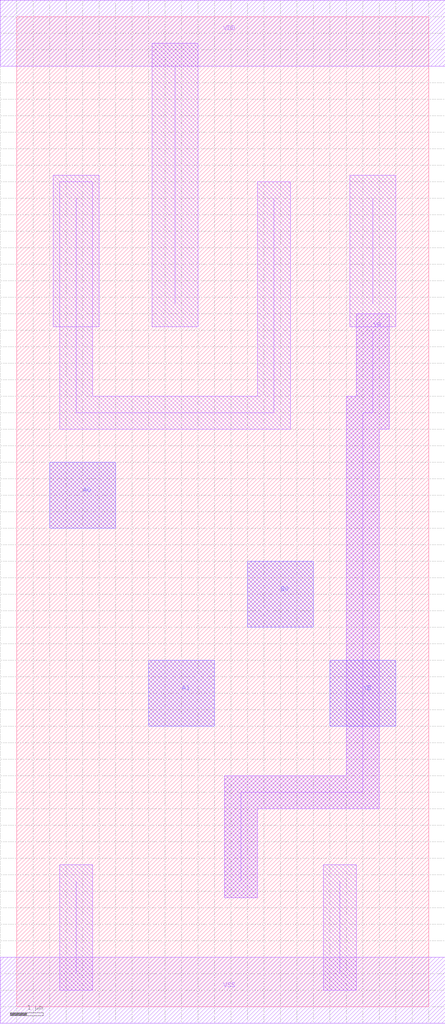
<source format=lef>
VERSION 5.5 ;
NAMESCASESENSITIVE ON ;
BUSBITCHARS "[]" ;
DIVIDERCHAR "/" ;

MACRO nr212
  CLASS CORE ;
  SOURCE USER ;
  ORIGIN 0 0 ;
  SIZE 12.500 BY 30.000 ;
  SYMMETRY X Y ;
  SITE unit ;
 
  PIN A0
    USE SIGNAL ;
    PORT
      LAYER ML1 ;
        POLYGON 1.000 14.500  1.000 16.500  3.000 16.500  3.000 14.500  1.000 
        14.500  ;
    END
    PORT
      LAYER ML2 ;
        POLYGON 1.000 14.500  1.000 16.500  3.000 16.500  3.000 14.500  1.000 
        14.500  ;
    END
  END A0
  PIN A1
    USE SIGNAL ;
    PORT
      LAYER ML1 ;
        POLYGON 4.000 8.500  4.000 10.500  6.000 10.500  6.000 8.500  4.000 
        8.500  ;
    END
    PORT
      LAYER ML2 ;
        POLYGON 4.000 8.500  4.000 10.500  6.000 10.500  6.000 8.500  4.000 
        8.500  ;
    END
  END A1
  PIN B0
    USE SIGNAL ;
    PORT
      LAYER ML1 ;
        POLYGON 7.000 11.500  7.000 13.500  9.000 13.500  9.000 11.500  7.000 
        11.500  ;
    END
    PORT
      LAYER ML2 ;
        POLYGON 7.000 11.500  7.000 13.500  9.000 13.500  9.000 11.500  7.000 
        11.500  ;
    END
  END B0
  PIN VDD
    USE POWER ;
    PORT
      LAYER ML1 ;
        RECT -0.500 28.500  13.000 30.500  ;
    END
  END VDD
  PIN VSS
    USE GROUND ;
    PORT
      LAYER ML1 ;
        RECT -0.500 -0.500  13.000 1.500  ;
    END
  END VSS
  PIN YB
    USE SIGNAL ;
    PORT
      LAYER ML1 ;
        WIDTH 1.000  ;
        PATH 10.800 20.500 10.800 18.000 10.500 18.000 10.500 6.500 6.800 
        6.500 6.800 3.800  ;
    END
    PORT
      LAYER ML1 ;
        POLYGON 9.500 8.500  9.500 10.500  11.500 10.500  11.500 8.500  9.500 
        8.500  ;
    END
    PORT
      LAYER ML2 ;
        POLYGON 9.500 8.500  9.500 10.500  11.500 10.500  11.500 8.500  9.500 
        8.500  ;
    END
  END YB
  OBS

    LAYER ML1 ;

      WIDTH 1.000  ;
      PATH 1.800 24.500 1.800 18.000 7.800 18.000 7.800 24.500  ;
      WIDTH 1.000  ;
      PATH 10.800 20.500 10.800 18.000 10.500 18.000 10.500 6.500 6.800 6.500 
      6.800 3.800  ;
      WIDTH 1.400  ;
      PATH 10.800 21.300 10.800 24.500  ;

      WIDTH 1.000  ;
      PATH 9.800 1.000 9.800 3.800  ;
      WIDTH 1.400  ;
      PATH 4.800 21.300 4.800 28.500  ;
      WIDTH 1.000  ;
      PATH 1.800 1.000 1.800 3.800  ;
      WIDTH 1.400  ;
      PATH 1.800 21.300 1.800 24.500  ;

    VIA 1.800 22.500  dcont ;
    VIA 1.800 20.500  dcont ;
    VIA 1.800 3.800  dcont ;
    VIA 1.800 24.500  dcont ;
    VIA 4.800 22.500  dcont ;
    VIA 4.800 20.500  dcont ;
    VIA 4.800 24.500  dcont ;
    VIA 6.800 3.800  dcont ;
    VIA 7.800 24.500  dcont ;
    VIA 7.800 22.500  dcont ;
    VIA 7.800 20.500  dcont ;
    VIA 9.800 3.800  dcont ;
    VIA 10.800 20.500  dcont ;
    VIA 10.800 22.500  dcont ;
    VIA 10.800 24.500  dcont ;
    VIA 5.000 9.500  pcont ;
    VIA 7.000 29.500  nsubcont ;
    VIA 8.000 12.500  pcont ;
    VIA 2.000 15.500  pcont ;
    VIA 6.000 0.500  psubcont ;
  END
END nr212

MACRO dcont
  CLASS CORE ;
  OBS
    LAYER ML1 ;
      RECT -1.000 -1.000  1.000 1.000  ;
  END
END dcont

MACRO pcont
  CLASS CORE ;
  OBS
    LAYER ML1 ;
      RECT -1.000 -1.000  1.000 1.000  ;
  END
END pcont

MACRO nsubcont
  CLASS CORE ;
  OBS
    LAYER ML1 ;
      RECT -1.000 -1.000  1.000 1.000  ;
  END
END nsubcont

MACRO psubcont
  CLASS CORE ;
  OBS
    LAYER ML1 ;
      RECT -1.000 -1.000  1.000 1.000  ;
  END
END psubcont


END LIBRARY

</source>
